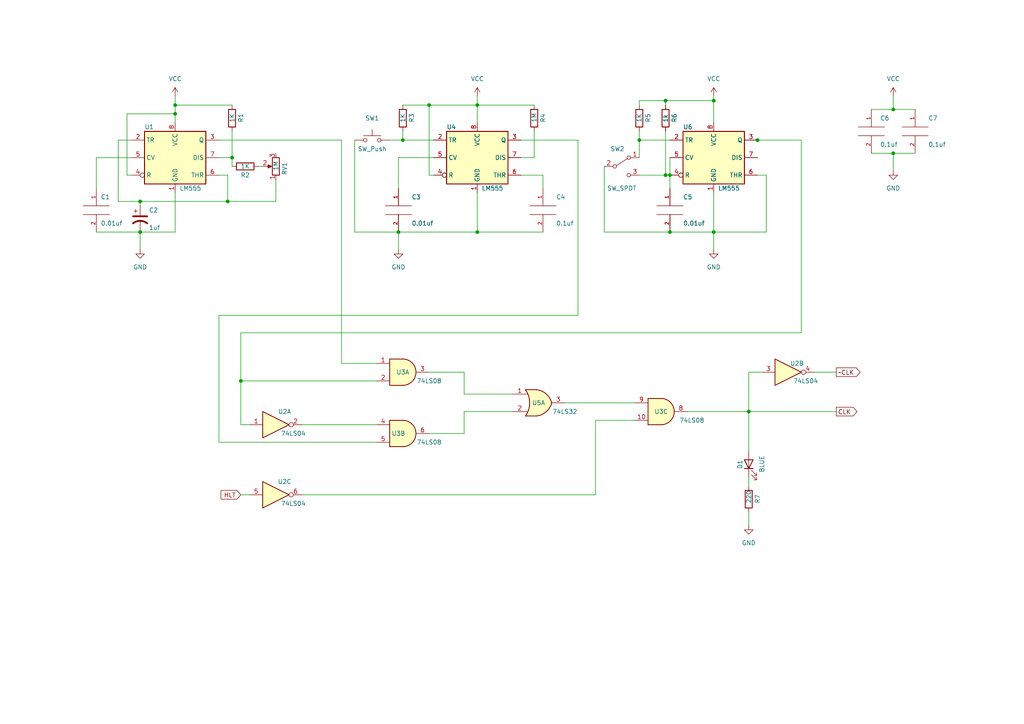
<source format=kicad_sch>
(kicad_sch (version 20211123) (generator eeschema)
  (paper "A4")
  (lib_symbols
    (symbol "74xx:74LS04"
      (property "Reference" "U" (at 0 1.27 0))
      (property "Value" "74LS04" (at 0 -1.27 0))
      (symbol "74LS04_1_0"
        (polyline (pts (xy -3.81 3.81) (xy -3.81 -3.81) (xy 3.81 0) (xy -3.81 3.81)) (stroke (width 0.254)) (fill (type background)))
        (pin input line (at -7.62 0 0) (length 3.81) (name "~") (number "1"))
        (pin output inverted (at 7.62 0 180) (length 3.81) (name "~") (number "2"))
      )
      (symbol "74LS04_2_0"
        (polyline (pts (xy -3.81 3.81) (xy -3.81 -3.81) (xy 3.81 0) (xy -3.81 3.81)) (stroke (width 0.254)) (fill (type background)))
        (pin input line (at -7.62 0 0) (length 3.81) (name "~") (number "3"))
        (pin output inverted (at 7.62 0 180) (length 3.81) (name "~") (number "4"))
      )
      (symbol "74LS04_3_0"
        (polyline (pts (xy -3.81 3.81) (xy -3.81 -3.81) (xy 3.81 0) (xy -3.81 3.81)) (stroke (width 0.254)) (fill (type background)))
        (pin input line (at -7.62 0 0) (length 3.81) (name "~") (number "5"))
        (pin output inverted (at 7.62 0 180) (length 3.81) (name "~") (number "6"))
      )
      (symbol "74LS04_4_0"
        (polyline (pts (xy -3.81 3.81) (xy -3.81 -3.81) (xy 3.81 0) (xy -3.81 3.81)) (stroke (width 0.254)) (fill (type background)))
        (pin output inverted (at 7.62 0 180) (length 3.81) (name "~") (number "8"))
        (pin input line (at -7.62 0 0) (length 3.81) (name "~") (number "9"))
      )
      (symbol "74LS04_5_0"
        (polyline (pts (xy -3.81 3.81) (xy -3.81 -3.81) (xy 3.81 0) (xy -3.81 3.81)) (stroke (width 0.254)) (fill (type background)))
        (pin output inverted (at 7.62 0 180) (length 3.81) (name "~") (number "10"))
        (pin input line (at -7.62 0 0) (length 3.81) (name "~") (number "11"))
      )
      (symbol "74LS04_6_0"
        (polyline (pts (xy -3.81 3.81) (xy -3.81 -3.81) (xy 3.81 0) (xy -3.81 3.81)) (stroke (width 0.254)) (fill (type background)))
        (pin output inverted (at 7.62 0 180) (length 3.81) (name "~") (number "12"))
        (pin input line (at -7.62 0 0) (length 3.81) (name "~") (number "13"))
      )
      (symbol "74LS04_7_0"
        (pin power_in line (at 0 12.7 270) (length 5.08) (name "VCC") (number "14"))
        (pin power_in line (at 0 -12.7 90) (length 5.08) (name "GND") (number "7"))
      )
      (symbol "74LS04_7_1"
        (rectangle (start -5.08 7.62) (end 5.08 -7.62) (stroke (width 0.254)) (fill (type background)))
      )
    )
    (symbol "74xx:74LS08" (pin_names (offset 1.016))
      (property "Reference" "U" (at 0 1.27 0))
      (property "Value" "74LS08" (at 0 -1.27 0))
      (symbol "74LS08_1_1"
        (arc (start 0 -3.81) (mid 3.81 0) (end 0 3.81) (stroke (width 0.254)) (fill (type background)))
        (polyline (pts (xy 0 3.81) (xy -3.81 3.81) (xy -3.81 -3.81) (xy 0 -3.81)) (stroke (width 0.254)) (fill (type background)))
        (pin input line (at -7.62 2.54 0) (length 3.81) (name "~") (number "1"))
        (pin input line (at -7.62 -2.54 0) (length 3.81) (name "~") (number "2"))
        (pin output line (at 7.62 0 180) (length 3.81) (name "~") (number "3"))
      )
      (symbol "74LS08_1_2"
        (arc (start -3.81 -3.81) (mid -2.589 0) (end -3.81 3.81) (stroke (width 0.254)))
        (arc (start -0.6096 -3.81) (mid 2.1842 -2.5851) (end 3.81 0) (stroke (width 0.254)) (fill (type background)))
        (polyline (pts (xy -3.81 -3.81) (xy -0.635 -3.81)) (stroke (width 0.254)) (fill (type background)))
        (polyline (pts (xy -3.81 3.81) (xy -0.635 3.81)) (stroke (width 0.254)) (fill (type background)))
        (polyline (pts (xy -0.635 3.81) (xy -3.81 3.81) (xy -3.81 3.81) (xy -3.556 3.4036) (xy -3.0226 2.2606) (xy -2.6924 1.0414) (xy -2.6162 -0.254) (xy -2.7686 -1.4986) (xy -3.175 -2.7178) (xy -3.81 -3.81) (xy -3.81 -3.81) (xy -0.635 -3.81)) (stroke (width -25.4)) (fill (type background)))
        (arc (start 3.81 0) (mid 2.1915 2.5936) (end -0.6096 3.81) (stroke (width 0.254)) (fill (type background)))
        (pin input inverted (at -7.62 2.54 0) (length 4.318) (name "~") (number "1"))
        (pin input inverted (at -7.62 -2.54 0) (length 4.318) (name "~") (number "2"))
        (pin output inverted (at 7.62 0 180) (length 3.81) (name "~") (number "3"))
      )
      (symbol "74LS08_2_1"
        (arc (start 0 -3.81) (mid 3.81 0) (end 0 3.81) (stroke (width 0.254)) (fill (type background)))
        (polyline (pts (xy 0 3.81) (xy -3.81 3.81) (xy -3.81 -3.81) (xy 0 -3.81)) (stroke (width 0.254)) (fill (type background)))
        (pin input line (at -7.62 2.54 0) (length 3.81) (name "~") (number "4"))
        (pin input line (at -7.62 -2.54 0) (length 3.81) (name "~") (number "5"))
        (pin output line (at 7.62 0 180) (length 3.81) (name "~") (number "6"))
      )
      (symbol "74LS08_2_2"
        (arc (start -3.81 -3.81) (mid -2.589 0) (end -3.81 3.81) (stroke (width 0.254)))
        (arc (start -0.6096 -3.81) (mid 2.1842 -2.5851) (end 3.81 0) (stroke (width 0.254)) (fill (type background)))
        (polyline (pts (xy -3.81 -3.81) (xy -0.635 -3.81)) (stroke (width 0.254)) (fill (type background)))
        (polyline (pts (xy -3.81 3.81) (xy -0.635 3.81)) (stroke (width 0.254)) (fill (type background)))
        (polyline (pts (xy -0.635 3.81) (xy -3.81 3.81) (xy -3.81 3.81) (xy -3.556 3.4036) (xy -3.0226 2.2606) (xy -2.6924 1.0414) (xy -2.6162 -0.254) (xy -2.7686 -1.4986) (xy -3.175 -2.7178) (xy -3.81 -3.81) (xy -3.81 -3.81) (xy -0.635 -3.81)) (stroke (width -25.4)) (fill (type background)))
        (arc (start 3.81 0) (mid 2.1915 2.5936) (end -0.6096 3.81) (stroke (width 0.254)) (fill (type background)))
        (pin input inverted (at -7.62 2.54 0) (length 4.318) (name "~") (number "4"))
        (pin input inverted (at -7.62 -2.54 0) (length 4.318) (name "~") (number "5"))
        (pin output inverted (at 7.62 0 180) (length 3.81) (name "~") (number "6"))
      )
      (symbol "74LS08_3_1"
        (arc (start 0 -3.81) (mid 3.81 0) (end 0 3.81) (stroke (width 0.254)) (fill (type background)))
        (polyline (pts (xy 0 3.81) (xy -3.81 3.81) (xy -3.81 -3.81) (xy 0 -3.81)) (stroke (width 0.254)) (fill (type background)))
        (pin input line (at -7.62 -2.54 0) (length 3.81) (name "~") (number "10"))
        (pin output line (at 7.62 0 180) (length 3.81) (name "~") (number "8"))
        (pin input line (at -7.62 2.54 0) (length 3.81) (name "~") (number "9"))
      )
      (symbol "74LS08_3_2"
        (arc (start -3.81 -3.81) (mid -2.589 0) (end -3.81 3.81) (stroke (width 0.254)))
        (arc (start -0.6096 -3.81) (mid 2.1842 -2.5851) (end 3.81 0) (stroke (width 0.254)) (fill (type background)))
        (polyline (pts (xy -3.81 -3.81) (xy -0.635 -3.81)) (stroke (width 0.254)) (fill (type background)))
        (polyline (pts (xy -3.81 3.81) (xy -0.635 3.81)) (stroke (width 0.254)) (fill (type background)))
        (polyline (pts (xy -0.635 3.81) (xy -3.81 3.81) (xy -3.81 3.81) (xy -3.556 3.4036) (xy -3.0226 2.2606) (xy -2.6924 1.0414) (xy -2.6162 -0.254) (xy -2.7686 -1.4986) (xy -3.175 -2.7178) (xy -3.81 -3.81) (xy -3.81 -3.81) (xy -0.635 -3.81)) (stroke (width -25.4)) (fill (type background)))
        (arc (start 3.81 0) (mid 2.1915 2.5936) (end -0.6096 3.81) (stroke (width 0.254)) (fill (type background)))
        (pin input inverted (at -7.62 -2.54 0) (length 4.318) (name "~") (number "10"))
        (pin output inverted (at 7.62 0 180) (length 3.81) (name "~") (number "8"))
        (pin input inverted (at -7.62 2.54 0) (length 4.318) (name "~") (number "9"))
      )
      (symbol "74LS08_4_1"
        (arc (start 0 -3.81) (mid 3.81 0) (end 0 3.81) (stroke (width 0.254)) (fill (type background)))
        (polyline (pts (xy 0 3.81) (xy -3.81 3.81) (xy -3.81 -3.81) (xy 0 -3.81)) (stroke (width 0.254)) (fill (type background)))
        (pin output line (at 7.62 0 180) (length 3.81) (name "~") (number "11"))
        (pin input line (at -7.62 2.54 0) (length 3.81) (name "~") (number "12"))
        (pin input line (at -7.62 -2.54 0) (length 3.81) (name "~") (number "13"))
      )
      (symbol "74LS08_4_2"
        (arc (start -3.81 -3.81) (mid -2.589 0) (end -3.81 3.81) (stroke (width 0.254)))
        (arc (start -0.6096 -3.81) (mid 2.1842 -2.5851) (end 3.81 0) (stroke (width 0.254)) (fill (type background)))
        (polyline (pts (xy -3.81 -3.81) (xy -0.635 -3.81)) (stroke (width 0.254)) (fill (type background)))
        (polyline (pts (xy -3.81 3.81) (xy -0.635 3.81)) (stroke (width 0.254)) (fill (type background)))
        (polyline (pts (xy -0.635 3.81) (xy -3.81 3.81) (xy -3.81 3.81) (xy -3.556 3.4036) (xy -3.0226 2.2606) (xy -2.6924 1.0414) (xy -2.6162 -0.254) (xy -2.7686 -1.4986) (xy -3.175 -2.7178) (xy -3.81 -3.81) (xy -3.81 -3.81) (xy -0.635 -3.81)) (stroke (width -25.4)) (fill (type background)))
        (arc (start 3.81 0) (mid 2.1915 2.5936) (end -0.6096 3.81) (stroke (width 0.254)) (fill (type background)))
        (pin output inverted (at 7.62 0 180) (length 3.81) (name "~") (number "11"))
        (pin input inverted (at -7.62 2.54 0) (length 4.318) (name "~") (number "12"))
        (pin input inverted (at -7.62 -2.54 0) (length 4.318) (name "~") (number "13"))
      )
      (symbol "74LS08_5_0"
        (pin power_in line (at 0 12.7 270) (length 5.08) (name "VCC") (number "14"))
        (pin power_in line (at 0 -12.7 90) (length 5.08) (name "GND") (number "7"))
      )
      (symbol "74LS08_5_1"
        (rectangle (start -5.08 7.62) (end 5.08 -7.62) (stroke (width 0.254)) (fill (type background)))
      )
    )
    (symbol "74xx:74LS32" (pin_names (offset 1.016))
      (property "Reference" "U" (at 0 1.27 0))
      (property "Value" "74LS32" (at 0 -1.27 0))
      (symbol "74LS32_1_1"
        (arc (start -3.81 -3.81) (mid -2.589 0) (end -3.81 3.81) (stroke (width 0.254)))
        (arc (start -0.6096 -3.81) (mid 2.1842 -2.5851) (end 3.81 0) (stroke (width 0.254)) (fill (type background)))
        (polyline (pts (xy -3.81 -3.81) (xy -0.635 -3.81)) (stroke (width 0.254)) (fill (type background)))
        (polyline (pts (xy -3.81 3.81) (xy -0.635 3.81)) (stroke (width 0.254)) (fill (type background)))
        (polyline (pts (xy -0.635 3.81) (xy -3.81 3.81) (xy -3.81 3.81) (xy -3.556 3.4036) (xy -3.0226 2.2606) (xy -2.6924 1.0414) (xy -2.6162 -0.254) (xy -2.7686 -1.4986) (xy -3.175 -2.7178) (xy -3.81 -3.81) (xy -3.81 -3.81) (xy -0.635 -3.81)) (stroke (width -25.4)) (fill (type background)))
        (arc (start 3.81 0) (mid 2.1915 2.5936) (end -0.6096 3.81) (stroke (width 0.254)) (fill (type background)))
        (pin input line (at -7.62 2.54 0) (length 4.318) (name "~") (number "1"))
        (pin input line (at -7.62 -2.54 0) (length 4.318) (name "~") (number "2"))
        (pin output line (at 7.62 0 180) (length 3.81) (name "~") (number "3"))
      )
      (symbol "74LS32_1_2"
        (arc (start 0 -3.81) (mid 3.81 0) (end 0 3.81) (stroke (width 0.254)) (fill (type background)))
        (polyline (pts (xy 0 3.81) (xy -3.81 3.81) (xy -3.81 -3.81) (xy 0 -3.81)) (stroke (width 0.254)) (fill (type background)))
        (pin input inverted (at -7.62 2.54 0) (length 3.81) (name "~") (number "1"))
        (pin input inverted (at -7.62 -2.54 0) (length 3.81) (name "~") (number "2"))
        (pin output inverted (at 7.62 0 180) (length 3.81) (name "~") (number "3"))
      )
      (symbol "74LS32_2_1"
        (arc (start -3.81 -3.81) (mid -2.589 0) (end -3.81 3.81) (stroke (width 0.254)))
        (arc (start -0.6096 -3.81) (mid 2.1842 -2.5851) (end 3.81 0) (stroke (width 0.254)) (fill (type background)))
        (polyline (pts (xy -3.81 -3.81) (xy -0.635 -3.81)) (stroke (width 0.254)) (fill (type background)))
        (polyline (pts (xy -3.81 3.81) (xy -0.635 3.81)) (stroke (width 0.254)) (fill (type background)))
        (polyline (pts (xy -0.635 3.81) (xy -3.81 3.81) (xy -3.81 3.81) (xy -3.556 3.4036) (xy -3.0226 2.2606) (xy -2.6924 1.0414) (xy -2.6162 -0.254) (xy -2.7686 -1.4986) (xy -3.175 -2.7178) (xy -3.81 -3.81) (xy -3.81 -3.81) (xy -0.635 -3.81)) (stroke (width -25.4)) (fill (type background)))
        (arc (start 3.81 0) (mid 2.1915 2.5936) (end -0.6096 3.81) (stroke (width 0.254)) (fill (type background)))
        (pin input line (at -7.62 2.54 0) (length 4.318) (name "~") (number "4"))
        (pin input line (at -7.62 -2.54 0) (length 4.318) (name "~") (number "5"))
        (pin output line (at 7.62 0 180) (length 3.81) (name "~") (number "6"))
      )
      (symbol "74LS32_2_2"
        (arc (start 0 -3.81) (mid 3.81 0) (end 0 3.81) (stroke (width 0.254)) (fill (type background)))
        (polyline (pts (xy 0 3.81) (xy -3.81 3.81) (xy -3.81 -3.81) (xy 0 -3.81)) (stroke (width 0.254)) (fill (type background)))
        (pin input inverted (at -7.62 2.54 0) (length 3.81) (name "~") (number "4"))
        (pin input inverted (at -7.62 -2.54 0) (length 3.81) (name "~") (number "5"))
        (pin output inverted (at 7.62 0 180) (length 3.81) (name "~") (number "6"))
      )
      (symbol "74LS32_3_1"
        (arc (start -3.81 -3.81) (mid -2.589 0) (end -3.81 3.81) (stroke (width 0.254)))
        (arc (start -0.6096 -3.81) (mid 2.1842 -2.5851) (end 3.81 0) (stroke (width 0.254)) (fill (type background)))
        (polyline (pts (xy -3.81 -3.81) (xy -0.635 -3.81)) (stroke (width 0.254)) (fill (type background)))
        (polyline (pts (xy -3.81 3.81) (xy -0.635 3.81)) (stroke (width 0.254)) (fill (type background)))
        (polyline (pts (xy -0.635 3.81) (xy -3.81 3.81) (xy -3.81 3.81) (xy -3.556 3.4036) (xy -3.0226 2.2606) (xy -2.6924 1.0414) (xy -2.6162 -0.254) (xy -2.7686 -1.4986) (xy -3.175 -2.7178) (xy -3.81 -3.81) (xy -3.81 -3.81) (xy -0.635 -3.81)) (stroke (width -25.4)) (fill (type background)))
        (arc (start 3.81 0) (mid 2.1915 2.5936) (end -0.6096 3.81) (stroke (width 0.254)) (fill (type background)))
        (pin input line (at -7.62 -2.54 0) (length 4.318) (name "~") (number "10"))
        (pin output line (at 7.62 0 180) (length 3.81) (name "~") (number "8"))
        (pin input line (at -7.62 2.54 0) (length 4.318) (name "~") (number "9"))
      )
      (symbol "74LS32_3_2"
        (arc (start 0 -3.81) (mid 3.81 0) (end 0 3.81) (stroke (width 0.254)) (fill (type background)))
        (polyline (pts (xy 0 3.81) (xy -3.81 3.81) (xy -3.81 -3.81) (xy 0 -3.81)) (stroke (width 0.254)) (fill (type background)))
        (pin input inverted (at -7.62 -2.54 0) (length 3.81) (name "~") (number "10"))
        (pin output inverted (at 7.62 0 180) (length 3.81) (name "~") (number "8"))
        (pin input inverted (at -7.62 2.54 0) (length 3.81) (name "~") (number "9"))
      )
      (symbol "74LS32_4_1"
        (arc (start -3.81 -3.81) (mid -2.589 0) (end -3.81 3.81) (stroke (width 0.254)))
        (arc (start -0.6096 -3.81) (mid 2.1842 -2.5851) (end 3.81 0) (stroke (width 0.254)) (fill (type background)))
        (polyline (pts (xy -3.81 -3.81) (xy -0.635 -3.81)) (stroke (width 0.254)) (fill (type background)))
        (polyline (pts (xy -3.81 3.81) (xy -0.635 3.81)) (stroke (width 0.254)) (fill (type background)))
        (polyline (pts (xy -0.635 3.81) (xy -3.81 3.81) (xy -3.81 3.81) (xy -3.556 3.4036) (xy -3.0226 2.2606) (xy -2.6924 1.0414) (xy -2.6162 -0.254) (xy -2.7686 -1.4986) (xy -3.175 -2.7178) (xy -3.81 -3.81) (xy -3.81 -3.81) (xy -0.635 -3.81)) (stroke (width -25.4)) (fill (type background)))
        (arc (start 3.81 0) (mid 2.1915 2.5936) (end -0.6096 3.81) (stroke (width 0.254)) (fill (type background)))
        (pin output line (at 7.62 0 180) (length 3.81) (name "~") (number "11"))
        (pin input line (at -7.62 2.54 0) (length 4.318) (name "~") (number "12"))
        (pin input line (at -7.62 -2.54 0) (length 4.318) (name "~") (number "13"))
      )
      (symbol "74LS32_4_2"
        (arc (start 0 -3.81) (mid 3.81 0) (end 0 3.81) (stroke (width 0.254)) (fill (type background)))
        (polyline (pts (xy 0 3.81) (xy -3.81 3.81) (xy -3.81 -3.81) (xy 0 -3.81)) (stroke (width 0.254)) (fill (type background)))
        (pin output inverted (at 7.62 0 180) (length 3.81) (name "~") (number "11"))
        (pin input inverted (at -7.62 2.54 0) (length 3.81) (name "~") (number "12"))
        (pin input inverted (at -7.62 -2.54 0) (length 3.81) (name "~") (number "13"))
      )
      (symbol "74LS32_5_0"
        (pin power_in line (at 0 12.7 270) (length 5.08) (name "VCC") (number "14"))
        (pin power_in line (at 0 -12.7 90) (length 5.08) (name "GND") (number "7"))
      )
      (symbol "74LS32_5_1"
        (rectangle (start -5.08 7.62) (end 5.08 -7.62) (stroke (width 0.254)) (fill (type background)))
      )
    )
    (symbol "Device:C_Polarized_US" (pin_numbers hide) (pin_names (offset 0.254) hide)
      (property "Reference" "C" (at 0.635 2.54 0))
      (property "Value" "C_Polarized_US" (at 0.635 -2.54 0))
      (symbol "C_Polarized_US_0_1"
        (polyline (pts (xy -2.032 0.762) (xy 2.032 0.762)) (stroke (width 0.508)))
        (polyline (pts (xy -1.778 2.286) (xy -0.762 2.286)))
        (polyline (pts (xy -1.27 1.778) (xy -1.27 2.794)))
        (arc (start 2.032 -1.27) (mid 0 -0.5572) (end -2.032 -1.27) (stroke (width 0.508)))
      )
      (symbol "C_Polarized_US_1_1"
        (pin passive line (at 0 3.81 270) (length 2.794) (name "~") (number "1"))
        (pin passive line (at 0 -3.81 90) (length 3.302) (name "~") (number "2"))
      )
    )
    (symbol "Device:LED" (pin_numbers hide) (pin_names (offset 1.016) hide)
      (property "Reference" "D" (at 0 2.54 0))
      (property "Value" "LED" (at 0 -2.54 0))
      (symbol "LED_0_1"
        (polyline (pts (xy -1.27 -1.27) (xy -1.27 1.27)) (stroke (width 0.254)))
        (polyline (pts (xy -1.27 0) (xy 1.27 0)))
        (polyline (pts (xy 1.27 -1.27) (xy 1.27 1.27) (xy -1.27 0) (xy 1.27 -1.27)) (stroke (width 0.254)))
        (polyline (pts (xy -3.048 -0.762) (xy -4.572 -2.286) (xy -3.81 -2.286) (xy -4.572 -2.286) (xy -4.572 -1.524)))
        (polyline (pts (xy -1.778 -0.762) (xy -3.302 -2.286) (xy -2.54 -2.286) (xy -3.302 -2.286) (xy -3.302 -1.524)))
      )
      (symbol "LED_1_1"
        (pin passive line (at -3.81 0 0) (length 2.54) (name "K") (number "1"))
        (pin passive line (at 3.81 0 180) (length 2.54) (name "A") (number "2"))
      )
    )
    (symbol "Device:R" (pin_numbers hide) (pin_names (offset 0))
      (property "Reference" "R" (at 2.032 0 90))
      (property "Value" "R" (at 0 0 90))
      (symbol "R_0_1"
        (rectangle (start -1.016 -2.54) (end 1.016 2.54) (stroke (width 0.254)))
      )
      (symbol "R_1_1"
        (pin passive line (at 0 3.81 270) (length 1.27) (name "~") (number "1"))
        (pin passive line (at 0 -3.81 90) (length 1.27) (name "~") (number "2"))
      )
    )
    (symbol "Device:R_Potentiometer" (pin_names (offset 1.016) hide)
      (property "Reference" "RV" (at -4.445 0 90))
      (property "Value" "R_Potentiometer" (at -2.54 0 90))
      (symbol "R_Potentiometer_0_1"
        (polyline (pts (xy 2.54 0) (xy 1.524 0)))
        (polyline (pts (xy 1.143 0) (xy 2.286 0.508) (xy 2.286 -0.508) (xy 1.143 0)) (fill (type outline)))
        (rectangle (start 1.016 2.54) (end -1.016 -2.54) (stroke (width 0.254)))
      )
      (symbol "R_Potentiometer_1_1"
        (pin passive line (at 0 3.81 270) (length 1.27) (name "1") (number "1"))
        (pin passive line (at 3.81 0 180) (length 1.27) (name "2") (number "2"))
        (pin passive line (at 0 -3.81 90) (length 1.27) (name "3") (number "3"))
      )
    )
    (symbol "Switch:SW_Push" (pin_numbers hide) (pin_names (offset 1.016) hide)
      (property "Reference" "SW" (at 1.27 2.54 0))
      (property "Value" "SW_Push" (at 0 -1.524 0))
      (symbol "SW_Push_0_1"
        (circle (center -2.032 0) (radius 0.508))
        (polyline (pts (xy 0 1.27) (xy 0 3.048)))
        (polyline (pts (xy 2.54 1.27) (xy -2.54 1.27)))
        (circle (center 2.032 0) (radius 0.508))
        (pin passive line (at -5.08 0 0) (length 2.54) (name "1") (number "1"))
        (pin passive line (at 5.08 0 180) (length 2.54) (name "2") (number "2"))
      )
    )
    (symbol "Switch:SW_SPDT" (pin_names (offset 0) hide)
      (property "Reference" "SW" (at 0 4.318 0))
      (property "Value" "SW_SPDT" (at 0 -5.08 0))
      (symbol "SW_SPDT_0_0"
        (circle (center -2.032 0) (radius 0.508))
        (circle (center 2.032 -2.54) (radius 0.508))
      )
      (symbol "SW_SPDT_0_1"
        (polyline (pts (xy -1.524 0.254) (xy 1.651 2.286)))
        (circle (center 2.032 2.54) (radius 0.508))
      )
      (symbol "SW_SPDT_1_1"
        (pin passive line (at 5.08 2.54 180) (length 2.54) (name "A") (number "1"))
        (pin passive line (at -5.08 0 0) (length 2.54) (name "B") (number "2"))
        (pin passive line (at 5.08 -2.54 180) (length 2.54) (name "C") (number "3"))
      )
    )
    (symbol "Timer:LM555xN"
      (property "Reference" "U" (at -10.16 8.89 0))
      (property "Value" "LM555xN" (at 2.54 8.89 0))
      (symbol "LM555xN_0_0"
        (pin power_in line (at 0 -10.16 90) (length 2.54) (name "GND") (number "1"))
        (pin power_in line (at 0 10.16 270) (length 2.54) (name "VCC") (number "8"))
      )
      (symbol "LM555xN_0_1"
        (rectangle (start -8.89 -7.62) (end 8.89 7.62) (stroke (width 0.254)) (fill (type background)))
        (rectangle (start -8.89 -7.62) (end 8.89 7.62) (stroke (width 0.254)) (fill (type background)))
      )
      (symbol "LM555xN_1_1"
        (pin input line (at -12.7 5.08 0) (length 3.81) (name "TR") (number "2"))
        (pin output line (at 12.7 5.08 180) (length 3.81) (name "Q") (number "3"))
        (pin input inverted (at -12.7 -5.08 0) (length 3.81) (name "R") (number "4"))
        (pin input line (at -12.7 0 0) (length 3.81) (name "CV") (number "5"))
        (pin input line (at 12.7 -5.08 180) (length 3.81) (name "THR") (number "6"))
        (pin input line (at 12.7 0 180) (length 3.81) (name "DIS") (number "7"))
      )
    )
    (symbol "power:GND" (power) (pin_names (offset 0))
      (property "Value" "GND" (at 0 -3.81 0))
      (symbol "GND_0_1"
        (polyline (pts (xy 0 0) (xy 0 -1.27) (xy 1.27 -1.27) (xy 0 -2.54) (xy -1.27 -1.27) (xy 0 -1.27)))
      )
      (symbol "GND_1_1"
        (pin power_in line (at 0 0 270) (length 0) hide (name "GND") (number "1"))
      )
    )
    (symbol "power:VCC" (power) (pin_names (offset 0))
      (property "Value" "VCC" (at 0 3.81 0))
      (symbol "VCC_0_1"
        (polyline (pts (xy -0.762 1.27) (xy 0 2.54)))
        (polyline (pts (xy 0 0) (xy 0 2.54)))
        (polyline (pts (xy 0 2.54) (xy 0.762 1.27)))
      )
      (symbol "VCC_1_1"
        (pin power_in line (at 0 0 90) (length 0) hide (name "VCC") (number "1"))
      )
    )
    (symbol "pspice:CAP" (pin_names (offset 0.254))
      (property "Reference" "C" (at 2.54 3.81 90))
      (property "Value" "CAP" (at 2.54 -3.81 90))
      (symbol "CAP_0_1"
        (polyline (pts (xy -3.81 -1.27) (xy 3.81 -1.27)))
        (polyline (pts (xy -3.81 1.27) (xy 3.81 1.27)))
      )
      (symbol "CAP_1_1"
        (pin passive line (at 0 6.35 270) (length 5.08) (name "~") (number "1"))
        (pin passive line (at 0 -6.35 90) (length 5.08) (name "~") (number "2"))
      )
    )
  )
  (junction (at 40.64 58.42))
  (junction (at 219.71 40.64))
  (junction (at 207.01 29.21))
  (junction (at 259.08 31.75))
  (junction (at 207.01 67.31))
  (junction (at 50.8 30.48))
  (junction (at 138.43 30.48))
  (junction (at 194.31 50.8))
  (junction (at 185.42 40.64))
  (junction (at 116.84 40.64))
  (junction (at 217.17 119.38))
  (junction (at 69.85 110.49))
  (junction (at 259.08 44.45))
  (junction (at 193.04 50.8))
  (junction (at 124.46 30.48))
  (junction (at 115.57 67.31))
  (junction (at 194.31 67.31))
  (junction (at 50.8 33.02))
  (junction (at 67.31 45.72))
  (junction (at 138.43 67.31))
  (junction (at 66.04 58.42))
  (junction (at 40.64 67.31))
  (junction (at 193.04 29.21))
  (wire (pts (xy 99.06 40.64) (xy 99.06 105.41)))
  (wire (pts (xy 138.43 67.31) (xy 157.48 67.31)))
  (wire (pts (xy 134.62 107.95) (xy 134.62 114.3)))
  (wire (pts (xy 167.64 40.64) (xy 167.64 91.44)))
  (wire (pts (xy 185.42 29.21) (xy 193.04 29.21)))
  (wire (pts (xy 134.62 119.38) (xy 148.59 119.38)))
  (wire (pts (xy 138.43 55.88) (xy 138.43 67.31)))
  (wire (pts (xy 154.94 30.48) (xy 138.43 30.48)))
  (wire (pts (xy 34.29 40.64) (xy 34.29 58.42)))
  (wire (pts (xy 66.04 58.42) (xy 66.04 50.8)))
  (wire (pts (xy 69.85 96.52) (xy 69.85 110.49)))
  (wire (pts (xy 34.29 58.42) (xy 40.64 58.42)))
  (wire (pts (xy 116.84 38.1) (xy 116.84 40.64)))
  (wire (pts (xy 222.25 50.8) (xy 222.25 67.31)))
  (wire (pts (xy 125.73 45.72) (xy 115.57 45.72)))
  (wire (pts (xy 124.46 125.73) (xy 134.62 125.73)))
  (wire (pts (xy 265.43 31.75) (xy 259.08 31.75)))
  (wire (pts (xy 40.64 67.31) (xy 40.64 72.39)))
  (wire (pts (xy 220.98 107.95) (xy 217.17 107.95)))
  (wire (pts (xy 259.08 44.45) (xy 265.43 44.45)))
  (wire (pts (xy 207.01 27.94) (xy 207.01 29.21)))
  (wire (pts (xy 185.42 38.1) (xy 185.42 40.64)))
  (wire (pts (xy 193.04 29.21) (xy 207.01 29.21)))
  (wire (pts (xy 67.31 45.72) (xy 67.31 38.1)))
  (wire (pts (xy 193.04 30.48) (xy 193.04 29.21)))
  (wire (pts (xy 67.31 45.72) (xy 67.31 48.26)))
  (wire (pts (xy 134.62 125.73) (xy 134.62 119.38)))
  (wire (pts (xy 63.5 128.27) (xy 109.22 128.27)))
  (wire (pts (xy 217.17 119.38) (xy 217.17 130.81)))
  (wire (pts (xy 72.39 123.19) (xy 69.85 123.19)))
  (wire (pts (xy 102.87 67.31) (xy 115.57 67.31)))
  (wire (pts (xy 115.57 67.31) (xy 115.57 72.39)))
  (wire (pts (xy 157.48 50.8) (xy 157.48 54.61)))
  (wire (pts (xy 218.44 40.64) (xy 219.71 40.64)))
  (wire (pts (xy 38.1 50.8) (xy 36.83 50.8)))
  (wire (pts (xy 259.08 31.75) (xy 252.73 31.75)))
  (wire (pts (xy 207.01 67.31) (xy 207.01 72.39)))
  (wire (pts (xy 217.17 107.95) (xy 217.17 119.38)))
  (wire (pts (xy 207.01 29.21) (xy 207.01 35.56)))
  (wire (pts (xy 167.64 91.44) (xy 63.5 91.44)))
  (wire (pts (xy 219.71 50.8) (xy 222.25 50.8)))
  (wire (pts (xy 151.13 40.64) (xy 167.64 40.64)))
  (wire (pts (xy 252.73 44.45) (xy 259.08 44.45)))
  (wire (pts (xy 194.31 50.8) (xy 194.31 54.61)))
  (wire (pts (xy 193.04 50.8) (xy 194.31 50.8)))
  (wire (pts (xy 50.8 33.02) (xy 50.8 35.56)))
  (wire (pts (xy 50.8 55.88) (xy 50.8 67.31)))
  (wire (pts (xy 80.01 52.07) (xy 80.01 58.42)))
  (wire (pts (xy 175.26 67.31) (xy 194.31 67.31)))
  (wire (pts (xy 217.17 148.59) (xy 217.17 152.4)))
  (wire (pts (xy 40.64 58.42) (xy 66.04 58.42)))
  (wire (pts (xy 69.85 123.19) (xy 69.85 110.49)))
  (wire (pts (xy 151.13 45.72) (xy 154.94 45.72)))
  (wire (pts (xy 217.17 119.38) (xy 242.57 119.38)))
  (wire (pts (xy 99.06 105.41) (xy 109.22 105.41)))
  (wire (pts (xy 63.5 91.44) (xy 63.5 128.27)))
  (wire (pts (xy 185.42 50.8) (xy 193.04 50.8)))
  (wire (pts (xy 172.72 121.92) (xy 172.72 143.51)))
  (wire (pts (xy 27.94 67.31) (xy 40.64 67.31)))
  (wire (pts (xy 40.64 58.42) (xy 40.64 59.69)))
  (wire (pts (xy 194.31 67.31) (xy 207.01 67.31)))
  (wire (pts (xy 63.5 45.72) (xy 67.31 45.72)))
  (wire (pts (xy 102.87 40.64) (xy 102.87 67.31)))
  (wire (pts (xy 124.46 30.48) (xy 124.46 50.8)))
  (wire (pts (xy 116.84 40.64) (xy 125.73 40.64)))
  (wire (pts (xy 154.94 45.72) (xy 154.94 38.1)))
  (wire (pts (xy 219.71 40.64) (xy 232.41 40.64)))
  (wire (pts (xy 193.04 38.1) (xy 193.04 50.8)))
  (wire (pts (xy 115.57 67.31) (xy 138.43 67.31)))
  (wire (pts (xy 125.73 50.8) (xy 124.46 50.8)))
  (wire (pts (xy 184.15 121.92) (xy 172.72 121.92)))
  (wire (pts (xy 38.1 45.72) (xy 27.94 45.72)))
  (wire (pts (xy 185.42 45.72) (xy 185.42 40.64)))
  (wire (pts (xy 50.8 27.94) (xy 50.8 30.48)))
  (wire (pts (xy 74.93 48.26) (xy 76.2 48.26)))
  (wire (pts (xy 87.63 143.51) (xy 172.72 143.51)))
  (wire (pts (xy 194.31 45.72) (xy 194.31 50.8)))
  (wire (pts (xy 259.08 44.45) (xy 259.08 49.53)))
  (wire (pts (xy 232.41 40.64) (xy 232.41 96.52)))
  (wire (pts (xy 163.83 116.84) (xy 184.15 116.84)))
  (wire (pts (xy 115.57 45.72) (xy 115.57 54.61)))
  (wire (pts (xy 199.39 119.38) (xy 217.17 119.38)))
  (wire (pts (xy 138.43 27.94) (xy 138.43 30.48)))
  (wire (pts (xy 50.8 30.48) (xy 50.8 33.02)))
  (wire (pts (xy 27.94 45.72) (xy 27.94 54.61)))
  (wire (pts (xy 67.31 30.48) (xy 50.8 30.48)))
  (wire (pts (xy 151.13 50.8) (xy 157.48 50.8)))
  (wire (pts (xy 36.83 50.8) (xy 36.83 33.02)))
  (wire (pts (xy 134.62 114.3) (xy 148.59 114.3)))
  (wire (pts (xy 138.43 30.48) (xy 138.43 35.56)))
  (wire (pts (xy 63.5 40.64) (xy 99.06 40.64)))
  (wire (pts (xy 185.42 40.64) (xy 194.31 40.64)))
  (wire (pts (xy 124.46 107.95) (xy 134.62 107.95)))
  (wire (pts (xy 232.41 96.52) (xy 69.85 96.52)))
  (wire (pts (xy 236.22 107.95) (xy 242.57 107.95)))
  (wire (pts (xy 175.26 48.26) (xy 175.26 67.31)))
  (wire (pts (xy 50.8 67.31) (xy 40.64 67.31)))
  (wire (pts (xy 87.63 123.19) (xy 109.22 123.19)))
  (wire (pts (xy 66.04 50.8) (xy 63.5 50.8)))
  (wire (pts (xy 38.1 40.64) (xy 34.29 40.64)))
  (wire (pts (xy 207.01 55.88) (xy 207.01 67.31)))
  (wire (pts (xy 222.25 67.31) (xy 207.01 67.31)))
  (wire (pts (xy 69.85 110.49) (xy 109.22 110.49)))
  (wire (pts (xy 80.01 58.42) (xy 66.04 58.42)))
  (wire (pts (xy 217.17 138.43) (xy 217.17 140.97)))
  (wire (pts (xy 185.42 30.48) (xy 185.42 29.21)))
  (wire (pts (xy 124.46 30.48) (xy 138.43 30.48)))
  (wire (pts (xy 113.03 40.64) (xy 116.84 40.64)))
  (wire (pts (xy 116.84 30.48) (xy 124.46 30.48)))
  (wire (pts (xy 259.08 27.94) (xy 259.08 31.75)))
  (wire (pts (xy 69.85 143.51) (xy 72.39 143.51)))
  (wire (pts (xy 36.83 33.02) (xy 50.8 33.02)))
  (global_label "~CLK" (shape output) (at 242.57 107.95 0) (property "Intersheet References" "${INTERSHEET_REFS}" (effects hide)))
  (global_label "HLT" (shape input) (at 69.85 143.51 180) (property "Intersheet References" "${INTERSHEET_REFS}" (effects hide)))
  (global_label "CLK" (shape output) (at 242.57 119.38 0) (property "Intersheet References" "${INTERSHEET_REFS}" (effects hide)))
  (symbol (lib_id "Switch:SW_SPDT") (at 180.34 48.26 0) (unit 1)
    (property "Reference" "SW2" (at 179.07 43.18 0))
    (property "Value" "SW_SPDT" (at 180.34 54.61 0))
    (property "Footprint" "Button_Switch_THT:SW_CuK_OS102011MA1QN1_SPDT_Angled" (effects hide))
  )
  (symbol (lib_id "Device:R") (at 116.84 34.29 180) (unit 1)
    (property "Reference" "R3" (at 119.38 35.56 90) (effects (justify right)))
    (property "Value" "1K" (at 116.84 35.56 90) (effects (justify right)))
    (property "Footprint" "Resistor_THT:R_Axial_DIN0204_L3.6mm_D1.6mm_P5.08mm_Horizontal" (effects hide))
  )
  (symbol (lib_id "74xx:74LS08") (at 116.84 107.95 0) (unit 1)
    (property "Reference" "U3" (at 116.84 107.95 0))
    (property "Value" "74LS08" (at 124.46 110.49 0))
    (property "Footprint" "Package_DIP:DIP-14_W7.62mm" (effects hide))
    (property "Datasheet" "http://www.ti.com/lit/gpn/sn74LS08" (effects hide))
  )
  (symbol (lib_id "Device:R") (at 71.12 48.26 90) (unit 1)
    (property "Reference" "R2" (at 71.12 50.8 90))
    (property "Value" "1K" (at 71.12 48.26 90))
    (property "Footprint" "Resistor_THT:R_Axial_DIN0204_L3.6mm_D1.6mm_P5.08mm_Horizontal" (effects hide))
  )
  (symbol (lib_id "pspice:CAP") (at 115.57 60.96 0) (unit 1)
    (property "Reference" "C3" (at 119.38 57.15 0) (effects (justify left)))
    (property "Value" "0.01uf" (at 119.38 64.77 0) (effects (justify left)))
    (property "Footprint" "Capacitor_THT:C_Disc_D5.0mm_W2.5mm_P5.00mm" (effects hide))
  )
  (symbol (lib_id "pspice:CAP") (at 157.48 60.96 0) (unit 1)
    (property "Reference" "C4" (at 161.29 57.15 0) (effects (justify left)))
    (property "Value" "0.1uf" (at 161.29 64.77 0) (effects (justify left)))
    (property "Footprint" "Capacitor_THT:C_Disc_D5.0mm_W2.5mm_P2.50mm" (effects hide))
  )
  (symbol (lib_id "Timer:LM555xN") (at 138.43 45.72 0) (unit 1)
    (property "Reference" "U4" (at 129.54 36.83 0) (effects (justify left)))
    (property "Value" "LM555" (at 139.7 54.61 0) (effects (justify left)))
    (property "Footprint" "Package_DIP:DIP-8_W7.62mm" (effects hide))
    (property "Datasheet" "http://www.ti.com/lit/ds/symlink/lm555.pdf" (effects hide))
  )
  (symbol (lib_id "Device:R") (at 217.17 144.78 0) (unit 1)
    (property "Reference" "R7" (at 219.71 146.05 90) (effects (justify left)))
    (property "Value" "220" (at 217.17 146.05 90) (effects (justify left)))
    (property "Footprint" "Resistor_THT:R_Axial_DIN0204_L3.6mm_D1.6mm_P5.08mm_Horizontal" (effects hide))
  )
  (symbol (lib_id "Device:R") (at 185.42 34.29 180) (unit 1)
    (property "Reference" "R5" (at 187.96 35.56 90) (effects (justify right)))
    (property "Value" "1K" (at 185.42 35.56 90) (effects (justify right)))
    (property "Footprint" "Resistor_THT:R_Axial_DIN0204_L3.6mm_D1.6mm_P5.08mm_Horizontal" (effects hide))
  )
  (symbol (lib_id "Device:R_Potentiometer") (at 80.01 48.26 180) (unit 1)
    (property "Reference" "RV1" (at 82.55 50.8 90) (effects (justify right)))
    (property "Value" "1M" (at 80.01 49.53 90) (effects (justify right)))
    (property "Footprint" "Potentiometer_THT:Potentiometer_Alps_RK09L_Single_Vertical" (effects hide))
  )
  (symbol (lib_id "pspice:CAP") (at 252.73 38.1 0) (unit 1)
    (property "Reference" "C6" (at 255.27 34.29 0) (effects (justify left)))
    (property "Value" "0.1uf" (at 255.27 41.91 0) (effects (justify left)))
    (property "Footprint" "Capacitor_THT:C_Disc_D5.0mm_W2.5mm_P2.50mm" (effects hide))
  )
  (symbol (lib_id "74xx:74LS04") (at 80.01 143.51 0) (unit 3)
    (property "Reference" "U2" (at 82.55 139.7 0))
    (property "Value" "74LS04" (at 85.09 146.05 0))
    (property "Footprint" "Package_DIP:DIP-14_W7.62mm" (effects hide))
    (property "Datasheet" "http://www.ti.com/lit/gpn/sn74LS04" (effects hide))
  )
  (symbol (lib_id "Switch:SW_Push") (at 107.95 40.64 0) (unit 1)
    (property "Reference" "SW1" (at 107.95 34.29 0))
    (property "Value" "SW_Push" (at 107.95 43.18 0))
    (property "Footprint" "Button_Switch_THT:SW_PUSH_6mm" (effects hide))
  )
  (symbol (lib_id "Device:LED") (at 217.17 134.62 90) (unit 1)
    (property "Reference" "D1" (at 214.63 133.35 0) (effects (justify right)))
    (property "Value" "BLUE" (at 220.98 132.08 0) (effects (justify right)))
    (property "Footprint" "LED_THT:LED_D3.0mm_Horizontal_O3.81mm_Z10.0mm" (effects hide))
  )
  (symbol (lib_id "power:GND") (at 207.01 72.39 0) (unit 1)
    (property "Reference" "#PWR06" (effects hide))
    (property "Value" "GND" (at 207.01 77.47 0))
  )
  (symbol (lib_id "power:VCC") (at 50.8 27.94 0) (unit 1)
    (property "Reference" "#PWR02" (effects hide))
    (property "Value" "VCC" (at 50.8 22.86 0))
  )
  (symbol (lib_id "power:GND") (at 115.57 72.39 0) (unit 1)
    (property "Reference" "#PWR03" (effects hide))
    (property "Value" "GND" (at 115.57 77.47 0))
  )
  (symbol (lib_id "power:VCC") (at 138.43 27.94 0) (unit 1)
    (property "Reference" "#PWR04" (effects hide))
    (property "Value" "VCC" (at 138.43 22.86 0))
  )
  (symbol (lib_id "Timer:LM555xN") (at 50.8 45.72 0) (unit 1)
    (property "Reference" "U1" (at 41.91 36.83 0) (effects (justify left)))
    (property "Value" "LM555" (at 52.07 54.61 0) (effects (justify left)))
    (property "Footprint" "Package_DIP:DIP-8_W7.62mm" (effects hide))
    (property "Datasheet" "http://www.ti.com/lit/ds/symlink/lm555.pdf" (effects hide))
  )
  (symbol (lib_id "74xx:74LS04") (at 80.01 123.19 0) (unit 1)
    (property "Reference" "U2" (at 82.55 119.38 0))
    (property "Value" "74LS04" (at 85.09 125.73 0))
    (property "Footprint" "Package_DIP:DIP-14_W7.62mm" (effects hide))
    (property "Datasheet" "http://www.ti.com/lit/gpn/sn74LS04" (effects hide))
  )
  (symbol (lib_id "74xx:74LS08") (at 116.84 125.73 0) (unit 2)
    (property "Reference" "U3" (at 115.57 125.73 0))
    (property "Value" "74LS08" (at 124.46 128.27 0))
    (property "Footprint" "Package_DIP:DIP-14_W7.62mm" (effects hide))
    (property "Datasheet" "http://www.ti.com/lit/gpn/sn74LS08" (effects hide))
  )
  (symbol (lib_id "74xx:74LS04") (at 228.6 107.95 0) (unit 2)
    (property "Reference" "U2" (at 231.14 105.41 0))
    (property "Value" "74LS04" (at 233.68 110.49 0))
    (property "Footprint" "Package_DIP:DIP-14_W7.62mm" (effects hide))
    (property "Datasheet" "http://www.ti.com/lit/gpn/sn74LS04" (effects hide))
  )
  (symbol (lib_id "power:GND") (at 259.08 49.53 0) (unit 1)
    (property "Reference" "#PWR09" (effects hide))
    (property "Value" "GND" (at 259.08 54.61 0))
  )
  (symbol (lib_id "74xx:74LS08") (at 191.77 119.38 0) (unit 3)
    (property "Reference" "U3" (at 191.77 119.38 0))
    (property "Value" "74LS08" (at 200.66 121.92 0))
    (property "Footprint" "Package_DIP:DIP-14_W7.62mm" (effects hide))
    (property "Datasheet" "http://www.ti.com/lit/gpn/sn74LS08" (effects hide))
  )
  (symbol (lib_id "pspice:CAP") (at 194.31 60.96 0) (unit 1)
    (property "Reference" "C5" (at 198.12 57.15 0) (effects (justify left)))
    (property "Value" "0.01uf" (at 198.12 64.77 0) (effects (justify left)))
    (property "Footprint" "Capacitor_THT:C_Disc_D5.0mm_W2.5mm_P5.00mm" (effects hide))
  )
  (symbol (lib_id "power:GND") (at 40.64 72.39 0) (unit 1)
    (property "Reference" "#PWR01" (effects hide))
    (property "Value" "GND" (at 40.64 77.47 0))
  )
  (symbol (lib_id "power:VCC") (at 259.08 27.94 0) (unit 1)
    (property "Reference" "#PWR08" (effects hide))
    (property "Value" "VCC" (at 259.08 22.86 0))
  )
  (symbol (lib_id "Timer:LM555xN") (at 207.01 45.72 0) (unit 1)
    (property "Reference" "U6" (at 198.12 36.83 0) (effects (justify left)))
    (property "Value" "LM555" (at 208.28 54.61 0) (effects (justify left)))
    (property "Footprint" "Package_DIP:DIP-8_W7.62mm" (effects hide))
    (property "Datasheet" "http://www.ti.com/lit/ds/symlink/lm555.pdf" (effects hide))
  )
  (symbol (lib_id "Device:R") (at 154.94 34.29 0) (unit 1)
    (property "Reference" "R4" (at 157.48 35.56 90) (effects (justify left)))
    (property "Value" "1M" (at 154.94 35.56 90) (effects (justify left)))
    (property "Footprint" "Resistor_THT:R_Axial_DIN0204_L3.6mm_D1.6mm_P5.08mm_Horizontal" (effects hide))
  )
  (symbol (lib_id "pspice:CAP") (at 265.43 38.1 0) (unit 1)
    (property "Reference" "C7" (at 269.24 34.29 0) (effects (justify left)))
    (property "Value" "0.1uf" (at 269.24 41.91 0) (effects (justify left)))
    (property "Footprint" "Capacitor_THT:C_Disc_D5.0mm_W2.5mm_P2.50mm" (effects hide))
  )
  (symbol (lib_id "power:VCC") (at 207.01 27.94 0) (unit 1)
    (property "Reference" "#PWR05" (effects hide))
    (property "Value" "VCC" (at 207.01 22.86 0))
  )
  (symbol (lib_id "power:GND") (at 217.17 152.4 0) (unit 1)
    (property "Reference" "#PWR07" (effects hide))
    (property "Value" "GND" (at 217.17 157.48 0))
  )
  (symbol (lib_id "Device:R") (at 67.31 34.29 0) (unit 1)
    (property "Reference" "R1" (at 69.85 35.56 90) (effects (justify left)))
    (property "Value" "1K" (at 67.31 35.56 90) (effects (justify left)))
    (property "Footprint" "Resistor_THT:R_Axial_DIN0204_L3.6mm_D1.6mm_P5.08mm_Horizontal" (effects hide))
  )
  (symbol (lib_id "pspice:CAP") (at 27.94 60.96 0) (unit 1)
    (property "Reference" "C1" (at 29.21 57.15 0) (effects (justify left)))
    (property "Value" "0.01uf" (at 29.21 64.77 0) (effects (justify left)))
    (property "Footprint" "Capacitor_THT:C_Disc_D5.0mm_W2.5mm_P5.00mm" (effects hide))
  )
  (symbol (lib_id "Device:R") (at 193.04 34.29 0) (unit 1)
    (property "Reference" "R6" (at 195.58 35.56 90) (effects (justify left)))
    (property "Value" "1k" (at 193.04 35.56 90) (effects (justify left)))
    (property "Footprint" "Resistor_THT:R_Axial_DIN0204_L3.6mm_D1.6mm_P5.08mm_Horizontal" (effects hide))
  )
  (symbol (lib_id "Device:C_Polarized_US") (at 40.64 63.5 0) (unit 1)
    (property "Reference" "C2" (at 43.18 60.96 0) (effects (justify left)))
    (property "Value" "1uf" (at 43.18 66.04 0) (effects (justify left)))
    (property "Footprint" "Capacitor_THT:C_Radial_D5.0mm_H5.0mm_P2.00mm" (effects hide))
  )
  (symbol (lib_id "74xx:74LS32") (at 156.21 116.84 0) (unit 1)
    (property "Reference" "U5" (at 156.21 116.84 0))
    (property "Value" "74LS32" (at 163.83 119.38 0))
    (property "Footprint" "Package_DIP:DIP-14_W7.62mm" (effects hide))
    (property "Datasheet" "http://www.ti.com/lit/gpn/sn74LS32" (effects hide))
  )
)
</source>
